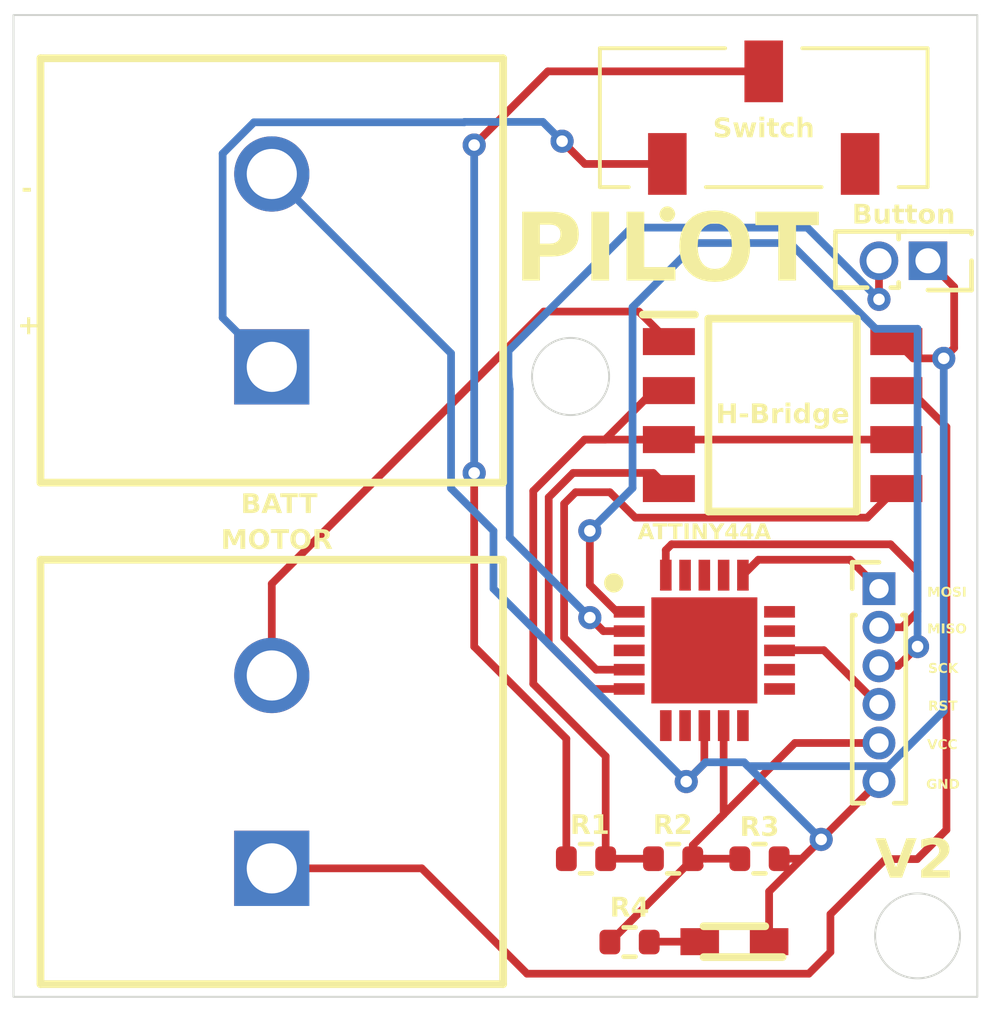
<source format=kicad_pcb>
(kicad_pcb (version 20240108) (generator "pcbnew") (generator_version "8.0")
  (layers (0 "F.Cu" signal) (31 "B.Cu" signal) (34 "B.Paste" user) (35 "F.Paste" user) (36 "B.SilkS" user "B.Silkscreen") (37 "F.SilkS" user "F.Silkscreen") (38 "B.Mask" user) (39 "F.Mask" user) (44 "Edge.Cuts" user))
  (net 0 "")
  (net 1 "GND")
  (net 2 "RIN")
  (net 3 "FIN")
  (net 4 "VCC")
  (net 5 "VCCQ")
  (net 8 "Net-(ATTINY44A1-PA6_(PCINT6{slash}OC1A{slash}SDA{slash}MOSI{slash}DI{slash}ADC6))")
  (net 15 "Net-(ATTINY44A1-PA5_(ADC5{slash}DO{slash}MISO{slash}OC1B{slash}PCINT5))")
  (net 17 "Net-(ATTINY44A1-PB3_(PCINT11{slash}~{RESET}{slash}DW))")
  (net 18 "Net-(ATTINY44A1-(ADC4{slash}USCK{slash}SCL{slash}T1{slash}PCINT4)_PA4)")
  (net 22 "Net-(BATT1-+)")
  (net 23 "Net-(H-Bridge1-OUT1)")
  (net 24 "Net-(H-Bridge1-OUT2)")
  (net 25 "Net-(R1-Pad2)")
  (net 26 "NC")
  (net 27 "Net-(ATTINY44A1-(ADC3{slash}T0{slash}PCINT3)_PA3)")
  (net 28 "Net-(LED1-A)")
  (footprint "Resistor_SMD:R_0402_1005Metric" (layer "F.Cu") (at 78.9 60)
    (property "Reference" "R3" (at 0 -0.8 0) (layer "F.SilkS") (effects (font (size 0.5 0.5) (thickness 0.125))))
    (property "Value" "1000")
    (fp_line (start -0.153641 -0.38) (end 0.153641 -0.38) (stroke (width 0.12)) (layer "F.SilkS"))
    (fp_line (start -0.153641 0.38) (end 0.153641 0.38) (stroke (width 0.12)) (layer "F.SilkS"))
    (pad "1" smd roundrect (at -0.51 0) (size 0.54 0.64) (layers "F.Cu" "F.Paste" "F.Mask") (net 4 "VCC"))
    (pad "2" smd roundrect (at 0.51 0) (size 0.54 0.64) (layers "F.Cu" "F.Paste" "F.Mask") (net 1 "GND"))
  )
  (footprint "CustomParts:Green led" (layer "F.Cu") (at 78.25 62.15 180)
    (property "Reference" "LED1" (hide yes))
    (property "Value" "LED" (hide yes))
    (fp_line (start 0.8 -0.4) (end -1.25 -0.4) (stroke (width 0.2)) (layer "F.SilkS"))
    (fp_line (start -0.8 0.4) (end 0.8 0.4) (stroke (width 0.2)) (layer "F.SilkS"))
    (pad "1" smd rect (at -0.9 0 270) (size 0.7 1) (layers "F.Cu" "F.Paste" "F.Mask") (net 1 "GND"))
    (pad "2" smd rect (at 0.9 0 270) (size 0.7 1) (layers "F.Cu" "F.Paste" "F.Mask") (net 28 "Net-(LED1-A)"))
  )
  (footprint "Resistor_SMD:R_0402_1005Metric" (layer "F.Cu") (at 75.53 62.16)
    (property "Reference" "R4" (at 0 -0.87 0) (layer "F.SilkS") (effects (font (size 0.5 0.5) (thickness 0.125))))
    (property "Value" "300")
    (fp_line (start -0.153641 -0.38) (end 0.153641 -0.38) (stroke (width 0.12)) (layer "F.SilkS"))
    (fp_line (start -0.153641 0.38) (end 0.153641 0.38) (stroke (width 0.12)) (layer "F.SilkS"))
    (pad "1" smd roundrect (at -0.51 0) (size 0.54 0.64) (layers "F.Cu" "F.Paste" "F.Mask") (net 4 "VCC"))
    (pad "2" smd roundrect (at 0.51 0) (size 0.54 0.64) (layers "F.Cu" "F.Paste" "F.Mask") (net 28 "Net-(LED1-A)"))
  )
  (footprint "Resistor_SMD:R_0402_1005Metric" (layer "F.Cu") (at 76.66 60)
    (property "Reference" "R2" (at -0.01 -0.85 0) (layer "F.SilkS") (effects (font (size 0.5 0.5) (thickness 0.125))))
    (property "Value" "200")
    (fp_line (start -0.153641 -0.38) (end 0.153641 -0.38) (stroke (width 0.12)) (layer "F.SilkS"))
    (fp_line (start -0.153641 0.38) (end 0.153641 0.38) (stroke (width 0.12)) (layer "F.SilkS"))
    (pad "1" smd roundrect (at -0.51 0) (size 0.54 0.64) (layers "F.Cu" "F.Paste" "F.Mask") (net 5 "VCCQ"))
    (pad "2" smd roundrect (at 0.51 0) (size 0.54 0.64) (layers "F.Cu" "F.Paste" "F.Mask") (net 4 "VCC"))
  )
  (footprint "Connector_PinHeader_1.00mm:PinHeader_1x06_P1.00mm_Vertical" (layer "F.Cu") (at 82 53)
    (property "Reference" "Programming-Pins1" (hide yes))
    (property "Value" "Conn_01x06_Socket" (hide yes))
    (fp_line (start -0.695 -0.685) (end 0 -0.685) (stroke (width 0.12)) (layer "F.SilkS"))
    (fp_line (start -0.695 0) (end -0.695 -0.685) (stroke (width 0.12)) (layer "F.SilkS"))
    (fp_line (start -0.695 0.685) (end -0.695 5.56) (stroke (width 0.12)) (layer "F.SilkS"))
    (fp_line (start -0.695 0.685) (end -0.608276 0.685) (stroke (width 0.12)) (layer "F.SilkS"))
    (fp_line (start -0.695 5.56) (end -0.394493 5.56) (stroke (width 0.12)) (layer "F.SilkS"))
    (fp_line (start 0.394493 5.56) (end 0.695 5.56) (stroke (width 0.12)) (layer "F.SilkS"))
    (fp_line (start 0.608276 0.685) (end 0.695 0.685) (stroke (width 0.12)) (layer "F.SilkS"))
    (fp_line (start 0.695 0.685) (end 0.695 5.56) (stroke (width 0.12)) (layer "F.SilkS"))
    (pad "1" thru_hole rect (at 0 0) (size 0.85 0.85) (drill 0.5) (layers "*.Cu" "*.Mask") (net 8 "Net-(ATTINY44A1-PA6_(PCINT6{slash}OC1A{slash}SDA{slash}MOSI{slash}DI{slash}ADC6))"))
    (pad "2" thru_hole oval (at 0 1) (size 0.85 0.85) (drill 0.5) (layers "*.Cu" "*.Mask") (net 15 "Net-(ATTINY44A1-PA5_(ADC5{slash}DO{slash}MISO{slash}OC1B{slash}PCINT5))"))
    (pad "3" thru_hole oval (at 0 2) (size 0.85 0.85) (drill 0.5) (layers "*.Cu" "*.Mask") (net 18 "Net-(ATTINY44A1-(ADC4{slash}USCK{slash}SCL{slash}T1{slash}PCINT4)_PA4)"))
    (pad "4" thru_hole oval (at 0 3) (size 0.85 0.85) (drill 0.5) (layers "*.Cu" "*.Mask") (net 17 "Net-(ATTINY44A1-PB3_(PCINT11{slash}~{RESET}{slash}DW))"))
    (pad "5" thru_hole oval (at 0 4) (size 0.85 0.85) (drill 0.5) (layers "*.Cu" "*.Mask") (net 4 "VCC"))
    (pad "6" thru_hole oval (at 0 5) (size 0.85 0.85) (drill 0.5) (layers "*.Cu" "*.Mask") (net 1 "GND"))
  )
  (footprint "Resistor_SMD:R_0402_1005Metric" (layer "F.Cu") (at 74.4 60 180)
    (property "Reference" "R1" (at -0.1 0.85 180) (layer "F.SilkS") (effects (font (size 0.5 0.5) (thickness 0.125))))
    (property "Value" "270")
    (fp_line (start -0.153641 0.38) (end 0.153641 0.38) (stroke (width 0.12)) (layer "F.SilkS"))
    (fp_line (start -0.153641 -0.38) (end 0.153641 -0.38) (stroke (width 0.12)) (layer "F.SilkS"))
    (pad "1" smd roundrect (at -0.51 0 180) (size 0.54 0.64) (layers "F.Cu" "F.Paste" "F.Mask") (net 5 "VCCQ"))
    (pad "2" smd roundrect (at 0.51 0 180) (size 0.54 0.64) (layers "F.Cu" "F.Paste" "F.Mask") (net 25 "Net-(R1-Pad2)"))
  )
  (footprint "CustomParts:JS102011JCQN" (layer "F.Cu") (at 79.01 41.09)
    (property "Reference" "Switch" (at 0 0 0) (layer "F.SilkS") (effects (font (size 0.5 0.5) (thickness 0.125))))
    (property "Value" "JS102011JCQN" (hide yes))
    (fp_line (start -4.25 -2.1) (end -1 -2.1) (stroke (width 0.1)) (layer "F.SilkS"))
    (fp_line (start -4.25 1.5) (end -4.25 -2.1) (stroke (width 0.1)) (layer "F.SilkS"))
    (fp_line (start -3.5 1.5) (end -4.25 1.5) (stroke (width 0.1)) (layer "F.SilkS"))
    (fp_line (start -2.6 2.2) (end -2.6 2.2) (stroke (width 0.2)) (layer "F.SilkS"))
    (fp_line (start -2.4 2.2) (end -2.4 2.2) (stroke (width 0.2)) (layer "F.SilkS"))
    (fp_line (start -1.5 1.5) (end 1.5 1.5) (stroke (width 0.1)) (layer "F.SilkS"))
    (fp_line (start 1 -2.1) (end 4.25 -2.1) (stroke (width 0.1)) (layer "F.SilkS"))
    (fp_line (start 4.25 -2.1) (end 4.25 1.5) (stroke (width 0.1)) (layer "F.SilkS"))
    (fp_line (start 4.25 1.5) (end 3.5 1.5) (stroke (width 0.1)) (layer "F.SilkS"))
    (fp_arc (start -2.6 2.2) (mid -2.5 2.1) (end -2.4 2.2) (stroke (width 0.2)) (layer "F.SilkS"))
    (fp_arc (start -2.4 2.2) (mid -2.5 2.3) (end -2.6 2.2) (stroke (width 0.2)) (layer "F.SilkS"))
    (pad "1" smd rect (at -2.5 0.9) (size 1 1.6) (layers "F.Cu" "F.Paste" "F.Mask") (net 22 "Net-(BATT1-+)"))
    (pad "2" smd rect (at 0 -1.5) (size 1 1.6) (layers "F.Cu" "F.Paste" "F.Mask") (net 25 "Net-(R1-Pad2)"))
    (pad "3" smd rect (at 2.5 0.9) (size 1 1.6) (layers "F.Cu" "F.Paste" "F.Mask") (net 26 "NC"))
  )
  (footprint "Connector_PinHeader_1.27mm:PinHeader_2x01_P1.27mm_Vertical" (layer "F.Cu") (at 83.27 44.5 180)
    (property "Reference" "SW1" (hide yes))
    (property "Value" "SW_Push" (hide yes))
    (fp_line (start 2.4 -0.695) (end 2.4 0.695) (stroke (width 0.12)) (layer "F.SilkS"))
    (fp_line (start 1.57753 -0.695) (end 2.4 -0.695) (stroke (width 0.12)) (layer "F.SilkS"))
    (fp_line (start 0.76 0.706529) (end 0.76 0.563471) (stroke (width 0.12)) (layer "F.SilkS"))
    (fp_line (start 0.76 -0.563471) (end 0.76 -0.695) (stroke (width 0.12)) (layer "F.SilkS"))
    (fp_line (start 0.76 -0.695) (end 0.96247 -0.695) (stroke (width 0.12)) (layer "F.SilkS"))
    (fp_line (start 0.563471 0.76) (end 0.706529 0.76) (stroke (width 0.12)) (layer "F.SilkS"))
    (fp_line (start -1.13 0.76) (end 2.4 0.76) (stroke (width 0.12)) (layer "F.SilkS"))
    (fp_line (start -1.13 0.76) (end -0.563471 0.76) (stroke (width 0.12)) (layer "F.SilkS"))
    (fp_line (start -1.13 0.76) (end -1.13 0.695) (stroke (width 0.12)) (layer "F.SilkS"))
    (fp_line (start -1.13 0) (end -1.13 -0.76) (stroke (width 0.12)) (layer "F.SilkS"))
    (fp_line (start -1.13 -0.76) (end 0 -0.76) (stroke (width 0.12)) (layer "F.SilkS"))
    (pad "1" thru_hole rect (at 0 0 180) (size 1 1) (drill 0.65) (layers "*.Cu" "*.Mask") (net 1 "GND"))
    (pad "2" thru_hole oval (at 1.27 0 180) (size 1 1) (drill 0.65) (layers "*.Cu" "*.Mask") (net 27 "Net-(ATTINY44A1-(ADC3{slash}T0{slash}PCINT3)_PA3)"))
  )
  (footprint "CustomParts:1800408" (layer "F.Cu") (at 66.25 47.25 90)
    (property "Reference" "BATT" (at -3.58 0.19 180) (layer "F.SilkS") (effects (font (size 0.5 0.5) (thickness 0.125))))
    (property "Value" "Battery" (hide yes))
    (fp_line (start 8 -6) (end 8 6) (stroke (width 0.2)) (layer "F.SilkS"))
    (fp_line (start -3 -6) (end 8 -6) (stroke (width 0.2)) (layer "F.SilkS"))
    (fp_line (start 8 6) (end -3 6) (stroke (width 0.2)) (layer "F.SilkS"))
    (fp_line (start -3 6) (end -3 -6) (stroke (width 0.2)) (layer "F.SilkS"))
    (pad "1" thru_hole rect (at 0 0 90) (size 1.95 1.95) (drill 1.3) (layers "*.Cu" "*.Mask") (net 22 "Net-(BATT1-+)"))
    (pad "2" thru_hole circle (at 5 0 90) (size 1.95 1.95) (drill 1.3) (layers "*.Cu" "*.Mask") (net 1 "GND"))
  )
  (footprint "CustomParts:1800408" (layer "F.Cu") (at 66.25 60.25 90)
    (property "Reference" "MOTOR" (at 8.49 0.13 180) (layer "F.SilkS") (effects (font (size 0.5 0.5) (thickness 0.125))))
    (property "Value" "1800408" (hide yes))
    (fp_line (start 8 -6) (end 8 6) (stroke (width 0.2)) (layer "F.SilkS"))
    (fp_line (start -3 -6) (end 8 -6) (stroke (width 0.2)) (layer "F.SilkS"))
    (fp_line (start 8 6) (end -3 6) (stroke (width 0.2)) (layer "F.SilkS"))
    (fp_line (start -3 6) (end -3 -6) (stroke (width 0.2)) (layer "F.SilkS"))
    (pad "1" thru_hole rect (at 0 0 90) (size 1.95 1.95) (drill 1.3) (layers "*.Cu" "*.Mask") (net 24 "Net-(H-Bridge1-OUT2)"))
    (pad "2" thru_hole circle (at 5 0 90) (size 1.95 1.95) (drill 1.3) (layers "*.Cu" "*.Mask") (net 23 "Net-(H-Bridge1-OUT1)"))
  )
  (footprint "CustomParts:ATTiny44a-MU" (layer "F.Cu") (at 77.47 54.6)
    (property "Reference" "ATTINY44A" (at 0 -3.05 0) (layer "F.SilkS") (effects (font (size 0.4 0.4) (thickness 0.08) (bold yes))))
    (property "Value" "ATTINY44A-MU" (hide yes))
    (fp_circle (center -2.35 -1.75) (end -2.35 -1.625) (stroke (width 0.25)) (fill none) (layer "F.SilkS"))
    (pad "1" smd rect (at -1.95 -1 90) (size 0.3 0.8) (layers "F.Cu" "F.Paste" "F.Mask") (net 18 "Net-(ATTINY44A1-(ADC4{slash}USCK{slash}SCL{slash}T1{slash}PCINT4)_PA4)"))
    (pad "2" smd rect (at -1.95 -0.5 90) (size 0.3 0.8) (layers "F.Cu" "F.Paste" "F.Mask") (net 27 "Net-(ATTINY44A1-(ADC3{slash}T0{slash}PCINT3)_PA3)"))
    (pad "3" smd rect (at -1.95 0 90) (size 0.3 0.8) (layers "F.Cu" "F.Paste" "F.Mask"))
    (pad "4" smd rect (at -1.95 0.5 90) (size 0.3 0.8) (layers "F.Cu" "F.Paste" "F.Mask") (net 2 "RIN"))
    (pad "5" smd rect (at -1.95 1 90) (size 0.3 0.8) (layers "F.Cu" "F.Paste" "F.Mask") (net 3 "FIN"))
    (pad "6" smd rect (at -1 1.95) (size 0.3 0.8) (layers "F.Cu" "F.Paste" "F.Mask"))
    (pad "7" smd rect (at -0.5 1.95) (size 0.3 0.8) (layers "F.Cu" "F.Paste" "F.Mask"))
    (pad "8" smd rect (at 0 1.95) (size 0.3 0.8) (layers "F.Cu" "F.Paste" "F.Mask") (net 1 "GND"))
    (pad "9" smd rect (at 0.5 1.95) (size 0.3 0.8) (layers "F.Cu" "F.Paste" "F.Mask") (net 4 "VCC"))
    (pad "10" smd rect (at 1 1.95) (size 0.3 0.8) (layers "F.Cu" "F.Paste" "F.Mask"))
    (pad "11" smd rect (at 1.95 1 90) (size 0.3 0.8) (layers "F.Cu" "F.Paste" "F.Mask"))
    (pad "12" smd rect (at 1.95 0.5 90) (size 0.3 0.8) (layers "F.Cu" "F.Paste" "F.Mask"))
    (pad "13" smd rect (at 1.95 0 90) (size 0.3 0.8) (layers "F.Cu" "F.Paste" "F.Mask") (net 17 "Net-(ATTINY44A1-PB3_(PCINT11{slash}~{RESET}{slash}DW))"))
    (pad "14" smd rect (at 1.95 -0.5 90) (size 0.3 0.8) (layers "F.Cu" "F.Paste" "F.Mask"))
    (pad "15" smd rect (at 1.95 -1 90) (size 0.3 0.8) (layers "F.Cu" "F.Paste" "F.Mask"))
    (pad "16" smd rect (at 1 -1.95) (size 0.3 0.8) (layers "F.Cu" "F.Paste" "F.Mask") (net 8 "Net-(ATTINY44A1-PA6_(PCINT6{slash}OC1A{slash}SDA{slash}MOSI{slash}DI{slash}ADC6))"))
    (pad "17" smd rect (at 0.5 -1.95) (size 0.3 0.8) (layers "F.Cu" "F.Paste" "F.Mask"))
    (pad "18" smd rect (at 0 -1.95) (size 0.3 0.8) (layers "F.Cu" "F.Paste" "F.Mask"))
    (pad "19" smd rect (at -0.5 -1.95) (size 0.3 0.8) (layers "F.Cu" "F.Paste" "F.Mask"))
    (pad "20" smd rect (at -1 -1.95) (size 0.3 0.8) (layers "F.Cu" "F.Paste" "F.Mask") (net 15 "Net-(ATTINY44A1-PA5_(ADC5{slash}DO{slash}MISO{slash}OC1B{slash}PCINT5))"))
    (pad "21" smd rect (at 0 0) (size 2.75 2.75) (layers "F.Cu" "F.Paste" "F.Mask"))
  )
  (footprint "CustomParts:SOIC127P620X171-8N" (layer "F.Cu") (at 79.5 48.5)
    (property "Reference" "H-Bridge" (at 0 0 0) (layer "F.SilkS") (effects (font (size 0.5 0.5) (thickness 0.1) (bold yes))))
    (property "Value" "BD6221F-E2" (hide yes))
    (fp_line (start -3.625 -2.605) (end -2.275 -2.605) (stroke (width 0.2)) (layer "F.SilkS"))
    (fp_line (start -1.925 -2.5) (end 1.925 -2.5) (stroke (width 0.2)) (layer "F.SilkS"))
    (fp_line (start -1.925 2.5) (end -1.925 -2.5) (stroke (width 0.2)) (layer "F.SilkS"))
    (fp_line (start 1.925 -2.5) (end 1.925 2.5) (stroke (width 0.2)) (layer "F.SilkS"))
    (fp_line (start 1.925 2.5) (end -1.925 2.5) (stroke (width 0.2)) (layer "F.SilkS"))
    (pad "1" smd rect (at -2.95 -1.905 90) (size 0.7 1.35) (layers "F.Cu" "F.Paste" "F.Mask") (net 23 "Net-(H-Bridge1-OUT1)"))
    (pad "2" smd rect (at -2.95 -0.635 90) (size 0.7 1.35) (layers "F.Cu" "F.Paste" "F.Mask") (net 5 "VCCQ"))
    (pad "3" smd rect (at -2.95 0.635 90) (size 0.7 1.35) (layers "F.Cu" "F.Paste" "F.Mask") (net 5 "VCCQ"))
    (pad "4" smd rect (at -2.95 1.905 90) (size 0.7 1.35) (layers "F.Cu" "F.Paste" "F.Mask") (net 3 "FIN"))
    (pad "5" smd rect (at 2.95 1.905 90) (size 0.7 1.35) (layers "F.Cu" "F.Paste" "F.Mask") (net 2 "RIN"))
    (pad "6" smd rect (at 2.95 0.635 90) (size 0.7 1.35) (layers "F.Cu" "F.Paste" "F.Mask") (net 5 "VCCQ"))
    (pad "7" smd rect (at 2.95 -0.635 90) (size 0.7 1.35) (layers "F.Cu" "F.Paste" "F.Mask") (net 24 "Net-(H-Bridge1-OUT2)"))
    (pad "8" smd rect (at 2.95 -1.905 90) (size 0.7 1.35) (layers "F.Cu" "F.Paste" "F.Mask") (net 1 "GND"))
  )
  (gr_circle (center 83 62) (end 84.101136 62) (stroke (width 0.05)) (fill none) (layer "Edge.Cuts"))
  (gr_rect (start 59.55 38.13) (end 84.55 63.58) (stroke (width 0.05)) (fill none) (layer "Edge.Cuts"))
  (gr_circle (center 74 47.5) (end 75 47.5) (stroke (width 0.05)) (fill none) (layer "Edge.Cuts"))
  (gr_text "SCK" (at 83.275 55.225 0) (layer "F.SilkS") (effects (font (size 0.25 0.25) (thickness 0.06) (bold yes)) (justify left bottom)))
  (gr_text "+" (at 59.65 46.49 0) (layer "F.SilkS") (effects (font (size 0.5 0.5) (thickness 0.0625)) (justify left bottom)))
  (gr_text "MOSI" (at 83.25 53.25 0) (layer "F.SilkS") (effects (font (size 0.25 0.25) (thickness 0.06) (bold yes)) (justify left bottom)))
  (gr_text "VCC" (at 83.25 57.2 0) (layer "F.SilkS") (effects (font (size 0.25 0.25) (thickness 0.06) (bold yes)) (justify left bottom)))
  (gr_text "V2" (at 81.9 60.66 0) (layer "F.SilkS") (effects (font (size 1 1) (thickness 0.1)) (justify left bottom)))
  (gr_text "PILOT" (at 72.52 45.31 0) (layer "F.SilkS") (effects (font (size 1.75 1.75) (thickness 0.25) (bold yes)) (justify left bottom)))
  (gr_text "Button" (at 81.3 43.62 0) (layer "F.SilkS") (effects (font (size 0.5 0.5) (thickness 0.125) (bold yes)) (justify left bottom)))
  (gr_text "RST" (at 83.275 56.2 0) (layer "F.SilkS") (effects (font (size 0.25 0.25) (thickness 0.06) (bold yes)) (justify left bottom)))
  (gr_text "GND\n\n" (at 83.225 58.65 0) (layer "F.SilkS") (effects (font (size 0.25 0.25) (thickness 0.06) (bold yes)) (justify left bottom)))
  (gr_text "MISO" (at 83.25 54.2 0) (layer "F.SilkS") (effects (font (size 0.25 0.25) (thickness 0.06) (bold yes)) (justify left bottom)))
  (gr_text "-\n" (at 59.75 42.945 0) (layer "F.SilkS") (effects (font (size 0.5 0.5) (thickness 0.0625)) (justify left bottom)))
  (segment (start 83.68 47.03) (end 83.95 46.76) (width 0.2) (layer "F.Cu") (net 1))
  (segment (start 82.885 47.03) (end 82.45 46.595) (width 0.2) (layer "F.Cu") (net 1))
  (segment (start 79.15 60.85) (end 80 60) (width 0.2) (layer "F.Cu") (net 1))
  (segment (start 80.5 59.5) (end 82 58) (width 0.2) (layer "F.Cu") (net 1))
  (segment (start 83.68 47.03) (end 82.885 47.03) (width 0.2) (layer "F.Cu") (net 1))
  (segment (start 83.95 45.18) (end 83.27 44.5) (width 0.2) (layer "F.Cu") (net 1))
  (segment (start 80 60) (end 80.5 59.5) (width 0.2) (layer "F.Cu") (net 1))
  (segment (start 83.95 46.76) (end 83.95 45.18) (width 0.2) (layer "F.Cu") (net 1))
  (segment (start 77.47 57.53) (end 77 58) (width 0.2) (layer "F.Cu") (net 1))
  (segment (start 79.41 60) (end 80 60) (width 0.2) (layer "F.Cu") (net 1))
  (segment (start 79.15 62.15) (end 79.15 60.85) (width 0.2) (layer "F.Cu") (net 1))
  (segment (start 77.47 56.55) (end 77.47 57.53) (width 0.2) (layer "F.Cu") (net 1))
  (via blind (at 80.5 59.5) (size 0.6) (drill 0.3) (layers "F.Cu" "B.Cu") (net 1))
  (via blind (at 77 58) (size 0.6) (drill 0.3) (layers "F.Cu" "B.Cu") (net 1))
  (via blind (at 83.68 47.03) (size 0.6) (drill 0.3) (layers "F.Cu" "B.Cu") (net 1))
  (segment (start 77.5 57.5) (end 77 58) (width 0.2) (layer "B.Cu") (net 1))
  (segment (start 83.68 56.168528) (end 83.68 47.03) (width 0.2) (layer "B.Cu") (net 1))
  (segment (start 72 51.5) (end 72 53) (width 0.2) (layer "B.Cu") (net 1))
  (segment (start 78.6 57.6) (end 82.248528 57.6) (width 0.2) (layer "B.Cu") (net 1))
  (segment (start 70.9 46.9) (end 66.25 42.25) (width 0.2) (layer "B.Cu") (net 1))
  (segment (start 72 53) (end 77 58) (width 0.2) (layer "B.Cu") (net 1))
  (segment (start 77.75 57.5) (end 77.5 57.5) (width 0.2) (layer "B.Cu") (net 1))
  (segment (start 82.248528 57.6) (end 83.68 56.168528) (width 0.2) (layer "B.Cu") (net 1))
  (segment (start 78.5 57.5) (end 77.75 57.5) (width 0.2) (layer "B.Cu") (net 1))
  (segment (start 80.5 59.5) (end 78.5 57.5) (width 0.2) (layer "B.Cu") (net 1))
  (segment (start 72 51.5) (end 70.9 50.4) (width 0.2) (layer "B.Cu") (net 1))
  (segment (start 78.5 57.5) (end 78.6 57.6) (width 0.2) (layer "B.Cu") (net 1))
  (segment (start 70.9 50.4) (end 70.9 46.9) (width 0.2) (layer "B.Cu") (net 1))
  (segment (start 73.832843 50.798529) (end 73.832843 54.267157) (width 0.2) (layer "F.Cu") (net 2))
  (segment (start 75.678888 51.158888) (end 75.02 50.5) (width 0.2) (layer "F.Cu") (net 2))
  (segment (start 73.832843 54.267157) (end 74.665686 55.1) (width 0.2) (layer "F.Cu") (net 2))
  (segment (start 75.02 50.5) (end 74.131372 50.5) (width 0.2) (layer "F.Cu") (net 2))
  (segment (start 74.131372 50.5) (end 73.832843 50.798529) (width 0.2) (layer "F.Cu") (net 2))
  (segment (start 82.45 50.405) (end 81.696112 51.158888) (width 0.2) (layer "F.Cu") (net 2))
  (segment (start 81.696112 51.158888) (end 75.678888 51.158888) (width 0.2) (layer "F.Cu") (net 2))
  (segment (start 74.665686 55.1) (end 75.52 55.1) (width 0.2) (layer "F.Cu") (net 2))
  (segment (start 76.145 50) (end 74.065686 50) (width 0.2) (layer "F.Cu") (net 3))
  (segment (start 74.065686 50) (end 73.432843 50.632843) (width 0.2) (layer "F.Cu") (net 3))
  (segment (start 74.6 55.6) (end 75.52 55.6) (width 0.2) (layer "F.Cu") (net 3))
  (segment (start 73.432843 50.632843) (end 73.432843 54.432843) (width 0.2) (layer "F.Cu") (net 3))
  (segment (start 73.432843 54.432843) (end 74.6 55.6) (width 0.2) (layer "F.Cu") (net 3))
  (segment (start 76.55 50.405) (end 76.145 50) (width 0.2) (layer "F.Cu") (net 3))
  (segment (start 77.17 60.01) (end 75.02 62.16) (width 0.2) (layer "F.Cu") (net 4))
  (segment (start 79.82 57) (end 80.5 57) (width 0.2) (layer "F.Cu") (net 4))
  (segment (start 78.39 60) (end 77.5 60) (width 0.2) (layer "F.Cu") (net 4))
  (segment (start 77.17 60) (end 77.17 60.01) (width 0.2) (layer "F.Cu") (net 4))
  (segment (start 80.5 57) (end 82 57) (width 0.2) (layer "F.Cu") (net 4))
  (segment (start 77.87 58.95) (end 79.82 57) (width 0.2) (layer "F.Cu") (net 4))
  (segment (start 77.17 60) (end 77.17 59.65) (width 0.2) (layer "F.Cu") (net 4))
  (segment (start 77.97 58.85) (end 77.87 58.95) (width 0.2) (layer "F.Cu") (net 4))
  (segment (start 77.35 60.18) (end 77.17 60) (width 0.2) (layer "F.Cu") (net 4))
  (segment (start 77.5 60) (end 77.17 60) (width 0.2) (layer "F.Cu") (net 4))
  (segment (start 77.17 59.65) (end 77.87 58.95) (width 0.2) (layer "F.Cu") (net 4))
  (segment (start 77.97 56.55) (end 77.97 58.85) (width 0.2) (layer "F.Cu") (net 4))
  (segment (start 74.895 49.135) (end 76.165 47.865) (width 0.2) (layer "F.Cu") (net 5))
  (segment (start 76.15 60) (end 74.91 60) (width 0.2) (layer "F.Cu") (net 5))
  (segment (start 82.45 49.135) (end 76.55 49.135) (width 0.2) (layer "F.Cu") (net 5))
  (segment (start 74.365 49.135) (end 74.895 49.135) (width 0.2) (layer "F.Cu") (net 5))
  (segment (start 73.032843 50.467157) (end 73.032843 55.467157) (width 0.2) (layer "F.Cu") (net 5))
  (segment (start 82.45 49.135) (end 82.775 49.135) (width 0.2) (layer "F.Cu") (net 5))
  (segment (start 76.165 47.865) (end 76.55 47.865) (width 0.2) (layer "F.Cu") (net 5))
  (segment (start 74.91 60) (end 74.91 57.344314) (width 0.2) (layer "F.Cu") (net 5))
  (segment (start 74.91 57.344314) (end 73.032843 55.467157) (width 0.2) (layer "F.Cu") (net 5))
  (segment (start 74.365 49.135) (end 73.032843 50.467157) (width 0.2) (layer "F.Cu") (net 5))
  (segment (start 76.55 49.135) (end 74.365 49.135) (width 0.2) (layer "F.Cu") (net 5))
  (segment (start 81.25 52.25) (end 78.87 52.25) (width 0.2) (layer "F.Cu") (net 8))
  (segment (start 78.87 52.25) (end 78.47 52.65) (width 0.2) (layer "F.Cu") (net 8))
  (segment (start 81.25 52.25) (end 82 53) (width 0.2) (layer "F.Cu") (net 8))
  (segment (start 76.62 51.85) (end 76.47 52) (width 0.2) (layer "F.Cu") (net 15))
  (segment (start 82.60104 54) (end 82 54) (width 0.2) (layer "F.Cu") (net 15))
  (segment (start 76.47 52) (end 76.47 52.65) (width 0.2) (layer "F.Cu") (net 15))
  (segment (start 82.3 51.85) (end 76.62 51.85) (width 0.2) (layer "F.Cu") (net 15))
  (segment (start 83 53.60104) (end 83 52.55) (width 0.2) (layer "F.Cu") (net 15))
  (segment (start 83 52.55) (end 82.3 51.85) (width 0.2) (layer "F.Cu") (net 15))
  (segment (start 83 53.60104) (end 82.60104 54) (width 0.2) (layer "F.Cu") (net 15))
  (segment (start 81.974695 56) (end 82 56) (width 0.2) (layer "F.Cu") (net 17))
  (segment (start 80.569695 54.595) (end 81.974695 56) (width 0.2) (layer "F.Cu") (net 17))
  (segment (start 79.45 54.595) (end 80.569695 54.595) (width 0.2) (layer "F.Cu") (net 17))
  (segment (start 75.55 53.595) (end 75.3 53.595) (width 0.2) (layer "F.Cu") (net 18))
  (segment (start 74.5 51.5) (end 74.5 52.901471) (width 0.2) (layer "F.Cu") (net 18))
  (segment (start 83 54.5) (end 82.5 55) (width 0.2) (layer "F.Cu") (net 18))
  (segment (start 75.198529 53.6) (end 75.52 53.6) (width 0.2) (layer "F.Cu") (net 18))
  (segment (start 82.5 55) (end 82 55) (width 0.2) (layer "F.Cu") (net 18))
  (segment (start 74.5 52.901471) (end 75.198529 53.6) (width 0.2) (layer "F.Cu") (net 18))
  (via blind (at 83 54.5) (size 0.6) (drill 0.3) (layers "F.Cu" "B.Cu") (net 18))
  (via blind (at 74.5 51.5) (size 0.6) (drill 0.3) (layers "F.Cu" "B.Cu") (net 18))
  (segment (start 75.607404 50.392596) (end 74.5 51.5) (width 0.2) (layer "B.Cu") (net 18))
  (segment (start 75.607404 45.702596) (end 75.607404 50.392596) (width 0.2) (layer "B.Cu") (net 18))
  (segment (start 81.914913 46.263442) (end 79.691471 44.04) (width 0.2) (layer "B.Cu") (net 18))
  (segment (start 83 46.263442) (end 81.914913 46.263442) (width 0.2) (layer "B.Cu") (net 18))
  (segment (start 79.691471 44.04) (end 77.27 44.04) (width 0.2) (layer "B.Cu") (net 18))
  (segment (start 77.27 44.04) (end 75.607404 45.702596) (width 0.2) (layer "B.Cu") (net 18))
  (segment (start 83 54.5) (end 83 46.263442) (width 0.2) (layer "B.Cu") (net 18))
  (segment (start 73.78 41.4) (end 74.37 41.99) (width 0.2) (layer "F.Cu") (net 22))
  (segment (start 74.37 41.99) (end 76.51 41.99) (width 0.2) (layer "F.Cu") (net 22))
  (via blind (at 73.78 41.4) (size 0.6) (drill 0.3) (layers "F.Cu" "B.Cu") (net 22))
  (segment (start 64.975 41.721877) (end 64.975 45.975) (width 0.2) (layer "B.Cu") (net 22))
  (segment (start 71.251471 40.9) (end 71.241471 40.91) (width 0.2) (layer "B.Cu") (net 22))
  (segment (start 64.975 45.975) (end 66.25 47.25) (width 0.2) (layer "B.Cu") (net 22))
  (segment (start 73.78 41.4) (end 73.28 40.9) (width 0.2) (layer "B.Cu") (net 22))
  (segment (start 73.28 40.9) (end 71.251471 40.9) (width 0.2) (layer "B.Cu") (net 22))
  (segment (start 71.241471 40.91) (end 65.786877 40.91) (width 0.2) (layer "B.Cu") (net 22))
  (segment (start 65.786877 40.91) (end 64.975 41.721877) (width 0.2) (layer "B.Cu") (net 22))
  (segment (start 76.55 46.595) (end 75.771369 45.816369) (width 0.2) (layer "F.Cu") (net 23))
  (segment (start 73.306491 45.816369) (end 66.25 52.87286) (width 0.2) (layer "F.Cu") (net 23))
  (segment (start 75.771369 45.816369) (end 73.306491 45.816369) (width 0.2) (layer "F.Cu") (net 23))
  (segment (start 66.25 52.87286) (end 66.25 55.25) (width 0.2) (layer "F.Cu") (net 23))
  (segment (start 76.55 46.595) (end 76.22 46.595) (width 0.2) (layer "F.Cu") (net 23))
  (segment (start 80.74 62.42) (end 80.74 61.44) (width 0.2) (layer "F.Cu") (net 24))
  (segment (start 80.74 61.44) (end 82.17 60.01) (width 0.2) (layer "F.Cu") (net 24))
  (segment (start 66.25 60.25) (end 70.14 60.25) (width 0.2) (layer "F.Cu") (net 24))
  (segment (start 72.87 62.98) (end 80.18 62.98) (width 0.2) (layer "F.Cu") (net 24))
  (segment (start 82.99 60.01) (end 83.75 59.25) (width 0.2) (layer "F.Cu") (net 24))
  (segment (start 83.75 59.25) (end 83.75 48.81) (width 0.2) (layer "F.Cu") (net 24))
  (segment (start 83.75 48.81) (end 82.805 47.865) (width 0.2) (layer "F.Cu") (net 24))
  (segment (start 82.805 47.865) (end 82.45 47.865) (width 0.2) (layer "F.Cu") (net 24))
  (segment (start 70.14 60.25) (end 72.87 62.98) (width 0.2) (layer "F.Cu") (net 24))
  (segment (start 82.17 60.01) (end 82.99 60.01) (width 0.2) (layer "F.Cu") (net 24))
  (segment (start 80.18 62.98) (end 80.74 62.42) (width 0.2) (layer "F.Cu") (net 24))
  (segment (start 73.41 39.59) (end 79.01 39.59) (width 0.2) (layer "F.Cu") (net 25))
  (segment (start 71.5 41.5) (end 73.41 39.59) (width 0.2) (layer "F.Cu") (net 25))
  (segment (start 73.89 56.89) (end 73.89 60) (width 0.2) (layer "F.Cu") (net 25))
  (segment (start 71.5 54.5) (end 73.89 56.89) (width 0.2) (layer "F.Cu") (net 25))
  (segment (start 71.5 54.5) (end 71.5 50) (width 0.2) (layer "F.Cu") (net 25))
  (via blind (at 71.5 41.5) (size 0.6) (drill 0.3) (layers "F.Cu" "B.Cu") (net 25))
  (via blind (at 71.5 50) (size 0.6) (drill 0.3) (layers "F.Cu" "B.Cu") (net 25))
  (segment (start 71.5 50) (end 71.5 41.5) (width 0.2) (layer "B.Cu") (net 25))
  (segment (start 75.52 54.1) (end 74.85 54.1) (width 0.2) (layer "F.Cu") (net 27))
  (segment (start 82 45.5) (end 82 44.5) (width 0.2) (layer "F.Cu") (net 27))
  (segment (start 74.85 54.1) (end 74.5 53.75) (width 0.2) (layer "F.Cu") (net 27))
  (via blind (at 82 45.5) (size 0.6) (drill 0.3) (layers "F.Cu" "B.Cu") (net 27))
  (via blind (at 74.5 53.75) (size 0.6) (drill 0.3) (layers "F.Cu" "B.Cu") (net 27))
  (segment (start 72.389302 47.5) (end 72.422272 47.824235) (width 0.2) (layer "B.Cu") (net 27))
  (segment (start 72.422272 47.824235) (end 72.422272 51.672272) (width 0.2) (layer "B.Cu") (net 27))
  (segment (start 80.14 43.64) (end 75.58286 43.64) (width 0.2) (layer "B.Cu") (net 27))
  (segment (start 82 45.5) (end 80.14 43.64) (width 0.2) (layer "B.Cu") (net 27))
  (segment (start 72.422272 51.672272) (end 74.5 53.75) (width 0.2) (layer "B.Cu") (net 27))
  (segment (start 75.58286 43.64) (end 72.389302 46.833558) (width 0.2) (layer "B.Cu") (net 27))
  (segment (start 72.389302 46.833558) (end 72.389302 47.5) (width 0.2) (layer "B.Cu") (net 27))
  (segment (start 77.35 62.15) (end 76.05 62.15) (width 0.2) (layer "F.Cu") (net 28))
  (segment (start 76.05 62.15) (end 76.04 62.16) (width 0.2) (layer "F.Cu") (net 28))
)
</source>
